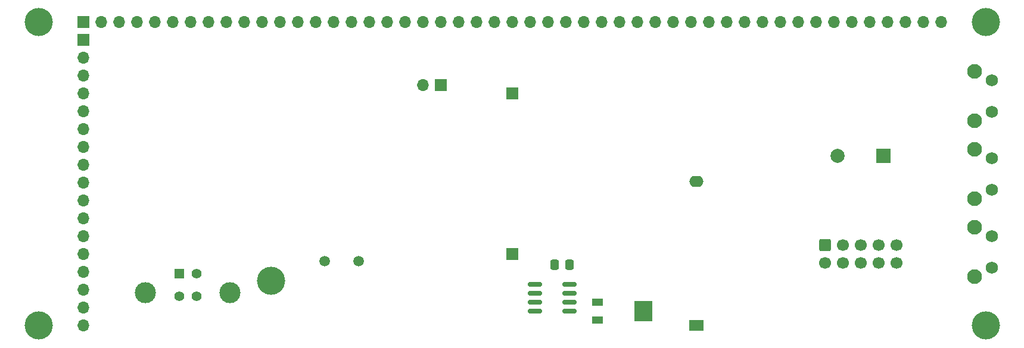
<source format=gts>
%TF.GenerationSoftware,KiCad,Pcbnew,8.0.5*%
%TF.CreationDate,2025-01-20T02:34:16+03:00*%
%TF.ProjectId,SuperClockController,53757065-7243-46c6-9f63-6b436f6e7472,rev?*%
%TF.SameCoordinates,Original*%
%TF.FileFunction,Soldermask,Top*%
%TF.FilePolarity,Negative*%
%FSLAX46Y46*%
G04 Gerber Fmt 4.6, Leading zero omitted, Abs format (unit mm)*
G04 Created by KiCad (PCBNEW 8.0.5) date 2025-01-20 02:34:16*
%MOMM*%
%LPD*%
G01*
G04 APERTURE LIST*
G04 Aperture macros list*
%AMRoundRect*
0 Rectangle with rounded corners*
0 $1 Rounding radius*
0 $2 $3 $4 $5 $6 $7 $8 $9 X,Y pos of 4 corners*
0 Add a 4 corners polygon primitive as box body*
4,1,4,$2,$3,$4,$5,$6,$7,$8,$9,$2,$3,0*
0 Add four circle primitives for the rounded corners*
1,1,$1+$1,$2,$3*
1,1,$1+$1,$4,$5*
1,1,$1+$1,$6,$7*
1,1,$1+$1,$8,$9*
0 Add four rect primitives between the rounded corners*
20,1,$1+$1,$2,$3,$4,$5,0*
20,1,$1+$1,$4,$5,$6,$7,0*
20,1,$1+$1,$6,$7,$8,$9,0*
20,1,$1+$1,$8,$9,$2,$3,0*%
G04 Aperture macros list end*
%ADD10R,1.700000X1.700000*%
%ADD11C,4.000000*%
%ADD12C,2.100000*%
%ADD13C,1.750000*%
%ADD14R,1.600000X1.000000*%
%ADD15R,2.500000X3.000000*%
%ADD16RoundRect,0.250000X-0.337500X-0.475000X0.337500X-0.475000X0.337500X0.475000X-0.337500X0.475000X0*%
%ADD17O,1.700000X1.700000*%
%ADD18RoundRect,0.150000X0.825000X0.150000X-0.825000X0.150000X-0.825000X-0.150000X0.825000X-0.150000X0*%
%ADD19R,2.000000X1.600000*%
%ADD20O,2.000000X1.600000*%
%ADD21C,1.500000*%
%ADD22R,1.400000X1.400000*%
%ADD23C,1.400000*%
%ADD24C,3.000000*%
%ADD25RoundRect,0.250000X-0.600000X0.600000X-0.600000X-0.600000X0.600000X-0.600000X0.600000X0.600000X0*%
%ADD26C,1.700000*%
%ADD27R,2.000000X2.000000*%
%ADD28C,2.000000*%
G04 APERTURE END LIST*
D10*
%TO.C,J4*%
X151130000Y-85090000D03*
%TD*%
D11*
%TO.C,H3*%
X218440000Y-95250000D03*
%TD*%
D12*
%TO.C,SW2*%
X216872500Y-70135000D03*
X216872500Y-77145000D03*
D13*
X219362500Y-71385000D03*
X219362500Y-75885000D03*
%TD*%
D12*
%TO.C,SW3*%
X216872500Y-81245000D03*
X216872500Y-88255000D03*
D13*
X219362500Y-82495000D03*
X219362500Y-86995000D03*
%TD*%
D11*
%TO.C,H4*%
X218440000Y-52070000D03*
%TD*%
D14*
%TO.C,Y2*%
X163251000Y-94488000D03*
X163251000Y-91948000D03*
D15*
X169801000Y-93218000D03*
%TD*%
D11*
%TO.C,H1*%
X83820000Y-52070000D03*
%TD*%
D16*
%TO.C,C11*%
X157204500Y-86614000D03*
X159279500Y-86614000D03*
%TD*%
D10*
%TO.C,J1*%
X90170000Y-52070000D03*
D17*
X92710000Y-52070000D03*
X95250000Y-52070000D03*
X97790000Y-52070000D03*
X100330000Y-52070000D03*
X102870000Y-52070000D03*
X105410000Y-52070000D03*
X107950000Y-52070000D03*
X110490000Y-52070000D03*
X113030000Y-52070000D03*
X115570000Y-52070000D03*
X118110000Y-52070000D03*
X120650000Y-52070000D03*
X123190000Y-52070000D03*
X125730000Y-52070000D03*
X128270000Y-52070000D03*
X130810000Y-52070000D03*
X133350000Y-52070000D03*
X135890000Y-52070000D03*
X138430000Y-52070000D03*
X140970000Y-52070000D03*
X143510000Y-52070000D03*
X146050000Y-52070000D03*
X148590000Y-52070000D03*
X151130000Y-52070000D03*
X153670000Y-52070000D03*
X156210000Y-52070000D03*
X158750000Y-52070000D03*
X161290000Y-52070000D03*
X163830000Y-52070000D03*
X166370000Y-52070000D03*
X168910000Y-52070000D03*
X171450000Y-52070000D03*
X173990000Y-52070000D03*
X176530000Y-52070000D03*
X179070000Y-52070000D03*
X181610000Y-52070000D03*
X184150000Y-52070000D03*
X186690000Y-52070000D03*
X189230000Y-52070000D03*
X191770000Y-52070000D03*
X194310000Y-52070000D03*
X196850000Y-52070000D03*
X199390000Y-52070000D03*
X201930000Y-52070000D03*
X204470000Y-52070000D03*
X207010000Y-52070000D03*
X209550000Y-52070000D03*
X212090000Y-52070000D03*
%TD*%
D12*
%TO.C,SW1*%
X216872500Y-59075000D03*
X216872500Y-66085000D03*
D13*
X219362500Y-60325000D03*
X219362500Y-64825000D03*
%TD*%
D11*
%TO.C,H2*%
X83820000Y-95250000D03*
%TD*%
D10*
%TO.C,J3*%
X151130000Y-62230000D03*
%TD*%
%TO.C,J2*%
X90170000Y-54610000D03*
D17*
X90170000Y-57150000D03*
X90170000Y-59690000D03*
X90170000Y-62230000D03*
X90170000Y-64770000D03*
X90170000Y-67310000D03*
X90170000Y-69850000D03*
X90170000Y-72390000D03*
X90170000Y-74930000D03*
X90170000Y-77470000D03*
X90170000Y-80010000D03*
X90170000Y-82550000D03*
X90170000Y-85090000D03*
X90170000Y-87630000D03*
X90170000Y-90170000D03*
X90170000Y-92710000D03*
X90170000Y-95250000D03*
%TD*%
D11*
%TO.C,H5*%
X116840000Y-88900000D03*
%TD*%
D18*
%TO.C,U3*%
X159320000Y-93218000D03*
X159320000Y-91948000D03*
X159320000Y-90678000D03*
X159320000Y-89408000D03*
X154370000Y-89408000D03*
X154370000Y-90678000D03*
X154370000Y-91948000D03*
X154370000Y-93218000D03*
%TD*%
D19*
%TO.C,BT1*%
X177292000Y-95250000D03*
D20*
X177292000Y-74750000D03*
%TD*%
D21*
%TO.C,Y1*%
X124460000Y-86100000D03*
X129340000Y-86100000D03*
%TD*%
D10*
%TO.C,R30*%
X141000000Y-61000000D03*
D17*
X138460000Y-61000000D03*
%TD*%
D22*
%TO.C,J5*%
X103799000Y-87859000D03*
D23*
X106299000Y-87859000D03*
X106299000Y-91059000D03*
X103799000Y-91059000D03*
D24*
X111069000Y-90569000D03*
X99029000Y-90569000D03*
%TD*%
D25*
%TO.C,J6*%
X195580000Y-83820000D03*
D26*
X195580000Y-86360000D03*
X198120000Y-83820000D03*
X198120000Y-86360000D03*
X200660000Y-83820000D03*
X200660000Y-86360000D03*
X203200000Y-83820000D03*
X203200000Y-86360000D03*
X205740000Y-83820000D03*
X205740000Y-86360000D03*
%TD*%
D27*
%TO.C,BZ1*%
X203910000Y-71120000D03*
D28*
X197410000Y-71120000D03*
%TD*%
M02*

</source>
